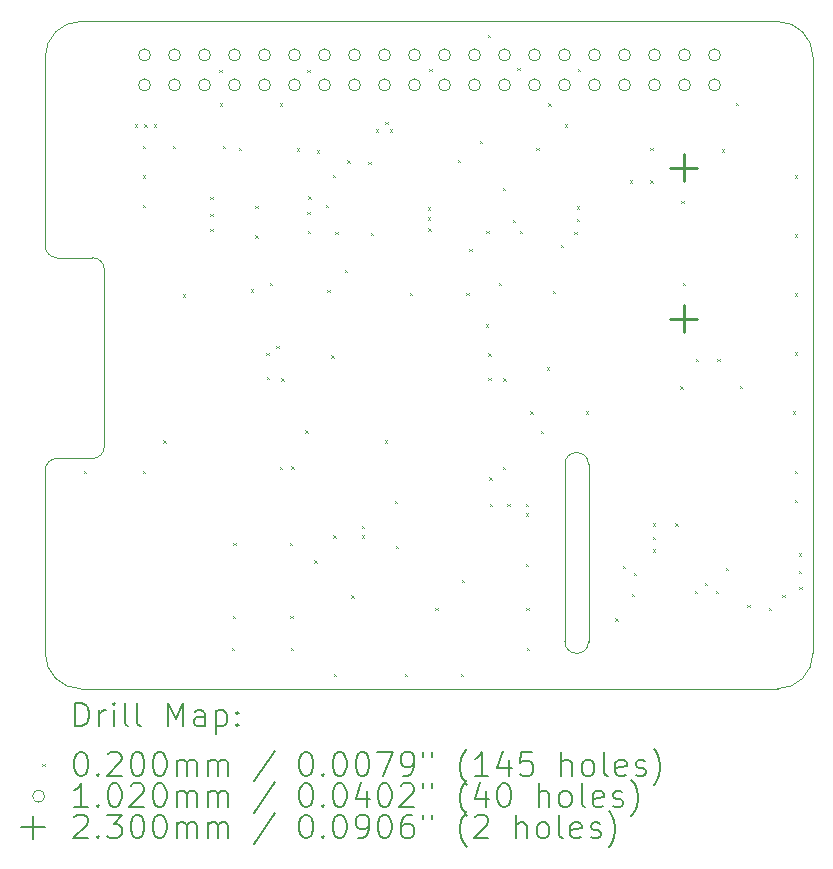
<source format=gbr>
%TF.GenerationSoftware,KiCad,Pcbnew,8.0.9-8.0.9-0~ubuntu24.04.1*%
%TF.CreationDate,2025-06-09T20:21:51+02:00*%
%TF.ProjectId,rpi_power_warden_hat,7270695f-706f-4776-9572-5f7761726465,rev?*%
%TF.SameCoordinates,Original*%
%TF.FileFunction,Drillmap*%
%TF.FilePolarity,Positive*%
%FSLAX45Y45*%
G04 Gerber Fmt 4.5, Leading zero omitted, Abs format (unit mm)*
G04 Created by KiCad (PCBNEW 8.0.9-8.0.9-0~ubuntu24.04.1) date 2025-06-09 20:21:51*
%MOMM*%
%LPD*%
G01*
G04 APERTURE LIST*
%ADD10C,0.100000*%
%ADD11C,0.200000*%
%ADD12C,0.102000*%
%ADD13C,0.230000*%
G04 APERTURE END LIST*
D10*
X12689560Y-7281700D02*
X12689560Y-8881700D01*
X12689560Y-10781700D02*
X12689560Y-12331700D01*
X12789560Y-8981700D02*
X13089560Y-8981700D01*
X12789560Y-10681700D02*
X13089560Y-10681700D01*
X12989560Y-6981700D02*
X18889560Y-6981700D01*
X12989560Y-12631700D02*
X18889560Y-12631700D01*
X13189560Y-9081700D02*
X13189560Y-10581700D01*
X17089560Y-12231700D02*
X17089560Y-10731700D01*
X17289560Y-12231700D02*
X17289560Y-10731700D01*
X19189560Y-7281700D02*
X19189560Y-12331700D01*
X12689560Y-7281700D02*
G75*
G02*
X12989560Y-6981700I300000J0D01*
G01*
X12689560Y-10781700D02*
G75*
G02*
X12789560Y-10681700I100000J0D01*
G01*
X12789560Y-8981700D02*
G75*
G02*
X12689560Y-8881700I0J100000D01*
G01*
X12989560Y-12631700D02*
G75*
G02*
X12689560Y-12331700I0J300000D01*
G01*
X13089560Y-8981700D02*
G75*
G02*
X13189560Y-9081700I0J-100000D01*
G01*
X13189560Y-10581700D02*
G75*
G02*
X13089560Y-10681700I-100000J0D01*
G01*
X17089560Y-10731700D02*
G75*
G02*
X17289560Y-10731700I100000J0D01*
G01*
X17289560Y-12231700D02*
G75*
G02*
X17089560Y-12231700I-100000J0D01*
G01*
X18889560Y-6981700D02*
G75*
G02*
X19189560Y-7281700I0J-300000D01*
G01*
X19189560Y-12331700D02*
G75*
G02*
X18889560Y-12631700I-300000J0D01*
G01*
D11*
D10*
X13017428Y-10783832D02*
X13037428Y-10803832D01*
X13037428Y-10783832D02*
X13017428Y-10803832D01*
X13447428Y-7853832D02*
X13467428Y-7873832D01*
X13467428Y-7853832D02*
X13447428Y-7873832D01*
X13517428Y-8033832D02*
X13537428Y-8053832D01*
X13537428Y-8033832D02*
X13517428Y-8053832D01*
X13517428Y-8283832D02*
X13537428Y-8303832D01*
X13537428Y-8283832D02*
X13517428Y-8303832D01*
X13517428Y-8533832D02*
X13537428Y-8553832D01*
X13537428Y-8533832D02*
X13517428Y-8553832D01*
X13517428Y-10783832D02*
X13537428Y-10803832D01*
X13537428Y-10783832D02*
X13517428Y-10803832D01*
X13527428Y-7853832D02*
X13547428Y-7873832D01*
X13547428Y-7853832D02*
X13527428Y-7873832D01*
X13607428Y-7853832D02*
X13627428Y-7873832D01*
X13627428Y-7853832D02*
X13607428Y-7873832D01*
X13688108Y-10527272D02*
X13708108Y-10547272D01*
X13708108Y-10527272D02*
X13688108Y-10547272D01*
X13767428Y-8033832D02*
X13787428Y-8053832D01*
X13787428Y-8033832D02*
X13767428Y-8053832D01*
X13852008Y-9292792D02*
X13872008Y-9312792D01*
X13872008Y-9292792D02*
X13852008Y-9312792D01*
X14088228Y-8467292D02*
X14108228Y-8487292D01*
X14108228Y-8467292D02*
X14088228Y-8487292D01*
X14088228Y-8609532D02*
X14108228Y-8629532D01*
X14108228Y-8609532D02*
X14088228Y-8629532D01*
X14088228Y-8739072D02*
X14108228Y-8759072D01*
X14108228Y-8739072D02*
X14088228Y-8759072D01*
X14164428Y-7390332D02*
X14184428Y-7410332D01*
X14184428Y-7390332D02*
X14164428Y-7410332D01*
X14167428Y-7673832D02*
X14187428Y-7693832D01*
X14187428Y-7673832D02*
X14167428Y-7693832D01*
X14192258Y-8034809D02*
X14212258Y-8054809D01*
X14212258Y-8034809D02*
X14192258Y-8054809D01*
X14267428Y-12283832D02*
X14287428Y-12303832D01*
X14287428Y-12283832D02*
X14267428Y-12303832D01*
X14276188Y-12013132D02*
X14296188Y-12033132D01*
X14296188Y-12013132D02*
X14276188Y-12033132D01*
X14281268Y-11393372D02*
X14301268Y-11413372D01*
X14301268Y-11393372D02*
X14281268Y-11413372D01*
X14327428Y-8053832D02*
X14347428Y-8073832D01*
X14347428Y-8053832D02*
X14327428Y-8073832D01*
X14429928Y-9248832D02*
X14449928Y-9268832D01*
X14449928Y-9248832D02*
X14429928Y-9268832D01*
X14467428Y-8543832D02*
X14487428Y-8563832D01*
X14487428Y-8543832D02*
X14467428Y-8563832D01*
X14467428Y-8793832D02*
X14487428Y-8813832D01*
X14487428Y-8793832D02*
X14467428Y-8813832D01*
X14560668Y-9788092D02*
X14580668Y-9808092D01*
X14580668Y-9788092D02*
X14560668Y-9808092D01*
X14563208Y-9991292D02*
X14583208Y-10011292D01*
X14583208Y-9991292D02*
X14563208Y-10011292D01*
X14588414Y-9196316D02*
X14608414Y-9216316D01*
X14608414Y-9196316D02*
X14588414Y-9216316D01*
X14647028Y-9727132D02*
X14667028Y-9747132D01*
X14667028Y-9727132D02*
X14647028Y-9747132D01*
X14673628Y-7673832D02*
X14693628Y-7693832D01*
X14693628Y-7673832D02*
X14673628Y-7693832D01*
X14677508Y-10750752D02*
X14697508Y-10770752D01*
X14697508Y-10750752D02*
X14677508Y-10770752D01*
X14687428Y-10003832D02*
X14707428Y-10023832D01*
X14707428Y-10003832D02*
X14687428Y-10023832D01*
X14761328Y-11393372D02*
X14781328Y-11413372D01*
X14781328Y-11393372D02*
X14761328Y-11413372D01*
X14763868Y-12015672D02*
X14783868Y-12035672D01*
X14783868Y-12015672D02*
X14763868Y-12035672D01*
X14767428Y-12283832D02*
X14787428Y-12303832D01*
X14787428Y-12283832D02*
X14767428Y-12303832D01*
X14774028Y-10748212D02*
X14794028Y-10768212D01*
X14794028Y-10748212D02*
X14774028Y-10768212D01*
X14817208Y-8055812D02*
X14837208Y-8075812D01*
X14837208Y-8055812D02*
X14817208Y-8075812D01*
X14890868Y-10443412D02*
X14910868Y-10463412D01*
X14910868Y-10443412D02*
X14890868Y-10463412D01*
X14907428Y-8593832D02*
X14927428Y-8613832D01*
X14927428Y-8593832D02*
X14907428Y-8613832D01*
X14908648Y-7390332D02*
X14928648Y-7410332D01*
X14928648Y-7390332D02*
X14908648Y-7410332D01*
X14911582Y-8756432D02*
X14931582Y-8776432D01*
X14931582Y-8756432D02*
X14911582Y-8776432D01*
X14918205Y-8463055D02*
X14938205Y-8483055D01*
X14938205Y-8463055D02*
X14918205Y-8483055D01*
X14967428Y-11543832D02*
X14987428Y-11563832D01*
X14987428Y-11543832D02*
X14967428Y-11563832D01*
X14987428Y-8073832D02*
X15007428Y-8093832D01*
X15007428Y-8073832D02*
X14987428Y-8093832D01*
X15067428Y-8533832D02*
X15087428Y-8553832D01*
X15087428Y-8533832D02*
X15067428Y-8553832D01*
X15078828Y-9254692D02*
X15098828Y-9274692D01*
X15098828Y-9254692D02*
X15078828Y-9274692D01*
X15111848Y-9808412D02*
X15131848Y-9828412D01*
X15131848Y-9808412D02*
X15111848Y-9828412D01*
X15122008Y-8281872D02*
X15142008Y-8301872D01*
X15142008Y-8281872D02*
X15122008Y-8301872D01*
X15127428Y-11333832D02*
X15147428Y-11353832D01*
X15147428Y-11333832D02*
X15127428Y-11353832D01*
X15134708Y-12505892D02*
X15154708Y-12525892D01*
X15154708Y-12505892D02*
X15134708Y-12525892D01*
X15144868Y-8761932D02*
X15164868Y-8781932D01*
X15164868Y-8761932D02*
X15144868Y-8781932D01*
X15223608Y-9081972D02*
X15243608Y-9101972D01*
X15243608Y-9081972D02*
X15223608Y-9101972D01*
X15246468Y-8157412D02*
X15266468Y-8177412D01*
X15266468Y-8157412D02*
X15246468Y-8177412D01*
X15279488Y-11840412D02*
X15299488Y-11860412D01*
X15299488Y-11840412D02*
X15279488Y-11860412D01*
X15367428Y-11253832D02*
X15387428Y-11273832D01*
X15387428Y-11253832D02*
X15367428Y-11273832D01*
X15367428Y-11333832D02*
X15387428Y-11353832D01*
X15387428Y-11333832D02*
X15367428Y-11353832D01*
X15424268Y-8167572D02*
X15444268Y-8187572D01*
X15444268Y-8167572D02*
X15424268Y-8187572D01*
X15447428Y-8773832D02*
X15467428Y-8793832D01*
X15467428Y-8773832D02*
X15447428Y-8793832D01*
X15487428Y-7893832D02*
X15507428Y-7913832D01*
X15507428Y-7893832D02*
X15487428Y-7913832D01*
X15562628Y-10527272D02*
X15582628Y-10547272D01*
X15582628Y-10527272D02*
X15562628Y-10547272D01*
X15567428Y-7833832D02*
X15587428Y-7853832D01*
X15587428Y-7833832D02*
X15567428Y-7853832D01*
X15607428Y-7893832D02*
X15627428Y-7913832D01*
X15627428Y-7893832D02*
X15607428Y-7913832D01*
X15650328Y-11040312D02*
X15670328Y-11060312D01*
X15670328Y-11040312D02*
X15650328Y-11060312D01*
X15657948Y-11418772D02*
X15677948Y-11438772D01*
X15677948Y-11418772D02*
X15657948Y-11438772D01*
X15734148Y-12503352D02*
X15754148Y-12523352D01*
X15754148Y-12503352D02*
X15734148Y-12523352D01*
X15774788Y-9280092D02*
X15794788Y-9300092D01*
X15794788Y-9280092D02*
X15774788Y-9300092D01*
X15927428Y-8553832D02*
X15947428Y-8573832D01*
X15947428Y-8553832D02*
X15927428Y-8573832D01*
X15929728Y-8640012D02*
X15949728Y-8660012D01*
X15949728Y-8640012D02*
X15929728Y-8660012D01*
X15933078Y-8733832D02*
X15953078Y-8753832D01*
X15953078Y-8733832D02*
X15933078Y-8753832D01*
X15939888Y-7385252D02*
X15959888Y-7405252D01*
X15959888Y-7385252D02*
X15939888Y-7405252D01*
X15990688Y-11944552D02*
X16010688Y-11964552D01*
X16010688Y-11944552D02*
X15990688Y-11964552D01*
X16185343Y-8151943D02*
X16205343Y-8171943D01*
X16205343Y-8151943D02*
X16185343Y-8171943D01*
X16209128Y-12503352D02*
X16229128Y-12523352D01*
X16229128Y-12503352D02*
X16209128Y-12523352D01*
X16214208Y-11710872D02*
X16234208Y-11730872D01*
X16234208Y-11710872D02*
X16214208Y-11730872D01*
X16255363Y-9280362D02*
X16275363Y-9300362D01*
X16275363Y-9280362D02*
X16255363Y-9300362D01*
X16280248Y-8906712D02*
X16300248Y-8926712D01*
X16300248Y-8906712D02*
X16280248Y-8926712D01*
X16367428Y-7993832D02*
X16387428Y-8013832D01*
X16387428Y-7993832D02*
X16367428Y-8013832D01*
X16419948Y-9545212D02*
X16439948Y-9565212D01*
X16439948Y-9545212D02*
X16419948Y-9565212D01*
X16425238Y-8753212D02*
X16445238Y-8773212D01*
X16445238Y-8753212D02*
X16425238Y-8773212D01*
X16437428Y-7093832D02*
X16457428Y-7113832D01*
X16457428Y-7093832D02*
X16437428Y-7113832D01*
X16440268Y-9790632D02*
X16460268Y-9810632D01*
X16460268Y-9790632D02*
X16440268Y-9810632D01*
X16440268Y-9998912D02*
X16460268Y-10018912D01*
X16460268Y-9998912D02*
X16440268Y-10018912D01*
X16450428Y-10842192D02*
X16470428Y-10862192D01*
X16470428Y-10842192D02*
X16450428Y-10862192D01*
X16452968Y-11065712D02*
X16472968Y-11085712D01*
X16472968Y-11065712D02*
X16452968Y-11085712D01*
X16531708Y-9196812D02*
X16551708Y-9216812D01*
X16551708Y-9196812D02*
X16531708Y-9216812D01*
X16564728Y-8388552D02*
X16584728Y-8408552D01*
X16584728Y-8388552D02*
X16564728Y-8408552D01*
X16564728Y-10753292D02*
X16584728Y-10773292D01*
X16584728Y-10753292D02*
X16564728Y-10773292D01*
X16567428Y-10004237D02*
X16587428Y-10024237D01*
X16587428Y-10004237D02*
X16567428Y-10024237D01*
X16602828Y-11068252D02*
X16622828Y-11088252D01*
X16622828Y-11068252D02*
X16602828Y-11088252D01*
X16648548Y-8660332D02*
X16668548Y-8680332D01*
X16668548Y-8660332D02*
X16648548Y-8680332D01*
X16687428Y-7373832D02*
X16707428Y-7393832D01*
X16707428Y-7373832D02*
X16687428Y-7393832D01*
X16707428Y-8753832D02*
X16727428Y-8773832D01*
X16727428Y-8753832D02*
X16707428Y-8773832D01*
X16757768Y-11068252D02*
X16777768Y-11088252D01*
X16777768Y-11068252D02*
X16757768Y-11088252D01*
X16757768Y-11146992D02*
X16777768Y-11166992D01*
X16777768Y-11146992D02*
X16757768Y-11166992D01*
X16757768Y-11576252D02*
X16777768Y-11596252D01*
X16777768Y-11576252D02*
X16757768Y-11596252D01*
X16764078Y-11948402D02*
X16784078Y-11968402D01*
X16784078Y-11948402D02*
X16764078Y-11968402D01*
X16767428Y-12283832D02*
X16787428Y-12303832D01*
X16787428Y-12283832D02*
X16767428Y-12303832D01*
X16795868Y-10283392D02*
X16815868Y-10303392D01*
X16815868Y-10283392D02*
X16795868Y-10303392D01*
X16847428Y-8053832D02*
X16867428Y-8073832D01*
X16867428Y-8053832D02*
X16847428Y-8073832D01*
X16887308Y-10445952D02*
X16907308Y-10465952D01*
X16907308Y-10445952D02*
X16887308Y-10465952D01*
X16935568Y-9910012D02*
X16955568Y-9930012D01*
X16955568Y-9910012D02*
X16935568Y-9930012D01*
X16947428Y-7673832D02*
X16967428Y-7693832D01*
X16967428Y-7673832D02*
X16947428Y-7693832D01*
X16988908Y-9262312D02*
X17008908Y-9282312D01*
X17008908Y-9262312D02*
X16988908Y-9282312D01*
X17054498Y-8875192D02*
X17074498Y-8895192D01*
X17074498Y-8875192D02*
X17054498Y-8895192D01*
X17087428Y-7853832D02*
X17107428Y-7873832D01*
X17107428Y-7853832D02*
X17087428Y-7873832D01*
X17169129Y-8764314D02*
X17189129Y-8784314D01*
X17189129Y-8764314D02*
X17169129Y-8784314D01*
X17189568Y-8546032D02*
X17209568Y-8566032D01*
X17209568Y-8546032D02*
X17189568Y-8566032D01*
X17189568Y-8652712D02*
X17209568Y-8672712D01*
X17209568Y-8652712D02*
X17189568Y-8672712D01*
X17199728Y-7382712D02*
X17219728Y-7402712D01*
X17219728Y-7382712D02*
X17199728Y-7402712D01*
X17267428Y-10283832D02*
X17287428Y-10303832D01*
X17287428Y-10283832D02*
X17267428Y-10303832D01*
X17517428Y-12033832D02*
X17537428Y-12053832D01*
X17537428Y-12033832D02*
X17517428Y-12053832D01*
X17578188Y-11588952D02*
X17598188Y-11608952D01*
X17598188Y-11588952D02*
X17578188Y-11608952D01*
X17639148Y-8327592D02*
X17659148Y-8347592D01*
X17659148Y-8327592D02*
X17639148Y-8347592D01*
X17656928Y-11830252D02*
X17676928Y-11850252D01*
X17676928Y-11830252D02*
X17656928Y-11850252D01*
X17674708Y-11647372D02*
X17694708Y-11667372D01*
X17694708Y-11647372D02*
X17674708Y-11667372D01*
X17811868Y-8050732D02*
X17831868Y-8070732D01*
X17831868Y-8050732D02*
X17811868Y-8070732D01*
X17811868Y-8327592D02*
X17831868Y-8347592D01*
X17831868Y-8327592D02*
X17811868Y-8347592D01*
X17832188Y-11230812D02*
X17852188Y-11250812D01*
X17852188Y-11230812D02*
X17832188Y-11250812D01*
X17832188Y-11342572D02*
X17852188Y-11362572D01*
X17852188Y-11342572D02*
X17832188Y-11362572D01*
X17832188Y-11451792D02*
X17852188Y-11471792D01*
X17852188Y-11451792D02*
X17832188Y-11471792D01*
X18025228Y-11230812D02*
X18045228Y-11250812D01*
X18045228Y-11230812D02*
X18025228Y-11250812D01*
X18065868Y-10070032D02*
X18085868Y-10090032D01*
X18085868Y-10070032D02*
X18065868Y-10090032D01*
X18073488Y-8497772D02*
X18093488Y-8517772D01*
X18093488Y-8497772D02*
X18073488Y-8517772D01*
X18086188Y-9193732D02*
X18106188Y-9213732D01*
X18106188Y-9193732D02*
X18086188Y-9213732D01*
X18190328Y-11802312D02*
X18210328Y-11822312D01*
X18210328Y-11802312D02*
X18190328Y-11822312D01*
X18197948Y-9838892D02*
X18217948Y-9858892D01*
X18217948Y-9838892D02*
X18197948Y-9858892D01*
X18274148Y-11733732D02*
X18294148Y-11753732D01*
X18294148Y-11733732D02*
X18274148Y-11753732D01*
X18365588Y-11799772D02*
X18385588Y-11819772D01*
X18385588Y-11799772D02*
X18365588Y-11819772D01*
X18378288Y-9838892D02*
X18398288Y-9858892D01*
X18398288Y-9838892D02*
X18378288Y-9858892D01*
X18418928Y-8063432D02*
X18438928Y-8083432D01*
X18438928Y-8063432D02*
X18418928Y-8083432D01*
X18451948Y-11606732D02*
X18471948Y-11626732D01*
X18471948Y-11606732D02*
X18451948Y-11626732D01*
X18535768Y-7672272D02*
X18555768Y-7692272D01*
X18555768Y-7672272D02*
X18535768Y-7692272D01*
X18571328Y-10067492D02*
X18591328Y-10087492D01*
X18591328Y-10067492D02*
X18571328Y-10087492D01*
X18632288Y-11919152D02*
X18652288Y-11939152D01*
X18652288Y-11919152D02*
X18632288Y-11939152D01*
X18815687Y-11947410D02*
X18835687Y-11967410D01*
X18835687Y-11947410D02*
X18815687Y-11967410D01*
X18930318Y-11836532D02*
X18950318Y-11856532D01*
X18950318Y-11836532D02*
X18930318Y-11856532D01*
X19017428Y-10283832D02*
X19037428Y-10303832D01*
X19037428Y-10283832D02*
X19017428Y-10303832D01*
X19037428Y-8283832D02*
X19057428Y-8303832D01*
X19057428Y-8283832D02*
X19037428Y-8303832D01*
X19037428Y-8783832D02*
X19057428Y-8803832D01*
X19057428Y-8783832D02*
X19037428Y-8803832D01*
X19037428Y-9283832D02*
X19057428Y-9303832D01*
X19057428Y-9283832D02*
X19037428Y-9303832D01*
X19037428Y-9783832D02*
X19057428Y-9803832D01*
X19057428Y-9783832D02*
X19037428Y-9803832D01*
X19037428Y-10783832D02*
X19057428Y-10803832D01*
X19057428Y-10783832D02*
X19037428Y-10803832D01*
X19037428Y-11033832D02*
X19057428Y-11053832D01*
X19057428Y-11033832D02*
X19037428Y-11053832D01*
X19071708Y-11484812D02*
X19091708Y-11504812D01*
X19091708Y-11484812D02*
X19071708Y-11504812D01*
X19071708Y-11632132D02*
X19091708Y-11652132D01*
X19091708Y-11632132D02*
X19071708Y-11652132D01*
X19074248Y-11769292D02*
X19094248Y-11789292D01*
X19094248Y-11769292D02*
X19074248Y-11789292D01*
D12*
X13580560Y-7265500D02*
G75*
G02*
X13478560Y-7265500I-51000J0D01*
G01*
X13478560Y-7265500D02*
G75*
G02*
X13580560Y-7265500I51000J0D01*
G01*
X13580560Y-7519500D02*
G75*
G02*
X13478560Y-7519500I-51000J0D01*
G01*
X13478560Y-7519500D02*
G75*
G02*
X13580560Y-7519500I51000J0D01*
G01*
X13834560Y-7265500D02*
G75*
G02*
X13732560Y-7265500I-51000J0D01*
G01*
X13732560Y-7265500D02*
G75*
G02*
X13834560Y-7265500I51000J0D01*
G01*
X13834560Y-7519500D02*
G75*
G02*
X13732560Y-7519500I-51000J0D01*
G01*
X13732560Y-7519500D02*
G75*
G02*
X13834560Y-7519500I51000J0D01*
G01*
X14088560Y-7265500D02*
G75*
G02*
X13986560Y-7265500I-51000J0D01*
G01*
X13986560Y-7265500D02*
G75*
G02*
X14088560Y-7265500I51000J0D01*
G01*
X14088560Y-7519500D02*
G75*
G02*
X13986560Y-7519500I-51000J0D01*
G01*
X13986560Y-7519500D02*
G75*
G02*
X14088560Y-7519500I51000J0D01*
G01*
X14342560Y-7265500D02*
G75*
G02*
X14240560Y-7265500I-51000J0D01*
G01*
X14240560Y-7265500D02*
G75*
G02*
X14342560Y-7265500I51000J0D01*
G01*
X14342560Y-7519500D02*
G75*
G02*
X14240560Y-7519500I-51000J0D01*
G01*
X14240560Y-7519500D02*
G75*
G02*
X14342560Y-7519500I51000J0D01*
G01*
X14596560Y-7265500D02*
G75*
G02*
X14494560Y-7265500I-51000J0D01*
G01*
X14494560Y-7265500D02*
G75*
G02*
X14596560Y-7265500I51000J0D01*
G01*
X14596560Y-7519500D02*
G75*
G02*
X14494560Y-7519500I-51000J0D01*
G01*
X14494560Y-7519500D02*
G75*
G02*
X14596560Y-7519500I51000J0D01*
G01*
X14850560Y-7265500D02*
G75*
G02*
X14748560Y-7265500I-51000J0D01*
G01*
X14748560Y-7265500D02*
G75*
G02*
X14850560Y-7265500I51000J0D01*
G01*
X14850560Y-7519500D02*
G75*
G02*
X14748560Y-7519500I-51000J0D01*
G01*
X14748560Y-7519500D02*
G75*
G02*
X14850560Y-7519500I51000J0D01*
G01*
X15104560Y-7265500D02*
G75*
G02*
X15002560Y-7265500I-51000J0D01*
G01*
X15002560Y-7265500D02*
G75*
G02*
X15104560Y-7265500I51000J0D01*
G01*
X15104560Y-7519500D02*
G75*
G02*
X15002560Y-7519500I-51000J0D01*
G01*
X15002560Y-7519500D02*
G75*
G02*
X15104560Y-7519500I51000J0D01*
G01*
X15358560Y-7265500D02*
G75*
G02*
X15256560Y-7265500I-51000J0D01*
G01*
X15256560Y-7265500D02*
G75*
G02*
X15358560Y-7265500I51000J0D01*
G01*
X15358560Y-7519500D02*
G75*
G02*
X15256560Y-7519500I-51000J0D01*
G01*
X15256560Y-7519500D02*
G75*
G02*
X15358560Y-7519500I51000J0D01*
G01*
X15612560Y-7265500D02*
G75*
G02*
X15510560Y-7265500I-51000J0D01*
G01*
X15510560Y-7265500D02*
G75*
G02*
X15612560Y-7265500I51000J0D01*
G01*
X15612560Y-7519500D02*
G75*
G02*
X15510560Y-7519500I-51000J0D01*
G01*
X15510560Y-7519500D02*
G75*
G02*
X15612560Y-7519500I51000J0D01*
G01*
X15866560Y-7265500D02*
G75*
G02*
X15764560Y-7265500I-51000J0D01*
G01*
X15764560Y-7265500D02*
G75*
G02*
X15866560Y-7265500I51000J0D01*
G01*
X15866560Y-7519500D02*
G75*
G02*
X15764560Y-7519500I-51000J0D01*
G01*
X15764560Y-7519500D02*
G75*
G02*
X15866560Y-7519500I51000J0D01*
G01*
X16120560Y-7265500D02*
G75*
G02*
X16018560Y-7265500I-51000J0D01*
G01*
X16018560Y-7265500D02*
G75*
G02*
X16120560Y-7265500I51000J0D01*
G01*
X16120560Y-7519500D02*
G75*
G02*
X16018560Y-7519500I-51000J0D01*
G01*
X16018560Y-7519500D02*
G75*
G02*
X16120560Y-7519500I51000J0D01*
G01*
X16374560Y-7265500D02*
G75*
G02*
X16272560Y-7265500I-51000J0D01*
G01*
X16272560Y-7265500D02*
G75*
G02*
X16374560Y-7265500I51000J0D01*
G01*
X16374560Y-7519500D02*
G75*
G02*
X16272560Y-7519500I-51000J0D01*
G01*
X16272560Y-7519500D02*
G75*
G02*
X16374560Y-7519500I51000J0D01*
G01*
X16628560Y-7265500D02*
G75*
G02*
X16526560Y-7265500I-51000J0D01*
G01*
X16526560Y-7265500D02*
G75*
G02*
X16628560Y-7265500I51000J0D01*
G01*
X16628560Y-7519500D02*
G75*
G02*
X16526560Y-7519500I-51000J0D01*
G01*
X16526560Y-7519500D02*
G75*
G02*
X16628560Y-7519500I51000J0D01*
G01*
X16882560Y-7265500D02*
G75*
G02*
X16780560Y-7265500I-51000J0D01*
G01*
X16780560Y-7265500D02*
G75*
G02*
X16882560Y-7265500I51000J0D01*
G01*
X16882560Y-7519500D02*
G75*
G02*
X16780560Y-7519500I-51000J0D01*
G01*
X16780560Y-7519500D02*
G75*
G02*
X16882560Y-7519500I51000J0D01*
G01*
X17136560Y-7265500D02*
G75*
G02*
X17034560Y-7265500I-51000J0D01*
G01*
X17034560Y-7265500D02*
G75*
G02*
X17136560Y-7265500I51000J0D01*
G01*
X17136560Y-7519500D02*
G75*
G02*
X17034560Y-7519500I-51000J0D01*
G01*
X17034560Y-7519500D02*
G75*
G02*
X17136560Y-7519500I51000J0D01*
G01*
X17390560Y-7265500D02*
G75*
G02*
X17288560Y-7265500I-51000J0D01*
G01*
X17288560Y-7265500D02*
G75*
G02*
X17390560Y-7265500I51000J0D01*
G01*
X17390560Y-7519500D02*
G75*
G02*
X17288560Y-7519500I-51000J0D01*
G01*
X17288560Y-7519500D02*
G75*
G02*
X17390560Y-7519500I51000J0D01*
G01*
X17644560Y-7265500D02*
G75*
G02*
X17542560Y-7265500I-51000J0D01*
G01*
X17542560Y-7265500D02*
G75*
G02*
X17644560Y-7265500I51000J0D01*
G01*
X17644560Y-7519500D02*
G75*
G02*
X17542560Y-7519500I-51000J0D01*
G01*
X17542560Y-7519500D02*
G75*
G02*
X17644560Y-7519500I51000J0D01*
G01*
X17898560Y-7265500D02*
G75*
G02*
X17796560Y-7265500I-51000J0D01*
G01*
X17796560Y-7265500D02*
G75*
G02*
X17898560Y-7265500I51000J0D01*
G01*
X17898560Y-7519500D02*
G75*
G02*
X17796560Y-7519500I-51000J0D01*
G01*
X17796560Y-7519500D02*
G75*
G02*
X17898560Y-7519500I51000J0D01*
G01*
X18152560Y-7265500D02*
G75*
G02*
X18050560Y-7265500I-51000J0D01*
G01*
X18050560Y-7265500D02*
G75*
G02*
X18152560Y-7265500I51000J0D01*
G01*
X18152560Y-7519500D02*
G75*
G02*
X18050560Y-7519500I-51000J0D01*
G01*
X18050560Y-7519500D02*
G75*
G02*
X18152560Y-7519500I51000J0D01*
G01*
X18406560Y-7265500D02*
G75*
G02*
X18304560Y-7265500I-51000J0D01*
G01*
X18304560Y-7265500D02*
G75*
G02*
X18406560Y-7265500I51000J0D01*
G01*
X18406560Y-7519500D02*
G75*
G02*
X18304560Y-7519500I-51000J0D01*
G01*
X18304560Y-7519500D02*
G75*
G02*
X18406560Y-7519500I51000J0D01*
G01*
D13*
X18093648Y-8103292D02*
X18093648Y-8333292D01*
X17978648Y-8218292D02*
X18208648Y-8218292D01*
X18093648Y-9383292D02*
X18093648Y-9613292D01*
X17978648Y-9498292D02*
X18208648Y-9498292D01*
D11*
X12945337Y-12948184D02*
X12945337Y-12748184D01*
X12945337Y-12748184D02*
X12992956Y-12748184D01*
X12992956Y-12748184D02*
X13021527Y-12757708D01*
X13021527Y-12757708D02*
X13040575Y-12776755D01*
X13040575Y-12776755D02*
X13050099Y-12795803D01*
X13050099Y-12795803D02*
X13059622Y-12833898D01*
X13059622Y-12833898D02*
X13059622Y-12862470D01*
X13059622Y-12862470D02*
X13050099Y-12900565D01*
X13050099Y-12900565D02*
X13040575Y-12919612D01*
X13040575Y-12919612D02*
X13021527Y-12938660D01*
X13021527Y-12938660D02*
X12992956Y-12948184D01*
X12992956Y-12948184D02*
X12945337Y-12948184D01*
X13145337Y-12948184D02*
X13145337Y-12814850D01*
X13145337Y-12852946D02*
X13154860Y-12833898D01*
X13154860Y-12833898D02*
X13164384Y-12824374D01*
X13164384Y-12824374D02*
X13183432Y-12814850D01*
X13183432Y-12814850D02*
X13202480Y-12814850D01*
X13269146Y-12948184D02*
X13269146Y-12814850D01*
X13269146Y-12748184D02*
X13259622Y-12757708D01*
X13259622Y-12757708D02*
X13269146Y-12767231D01*
X13269146Y-12767231D02*
X13278670Y-12757708D01*
X13278670Y-12757708D02*
X13269146Y-12748184D01*
X13269146Y-12748184D02*
X13269146Y-12767231D01*
X13392956Y-12948184D02*
X13373908Y-12938660D01*
X13373908Y-12938660D02*
X13364384Y-12919612D01*
X13364384Y-12919612D02*
X13364384Y-12748184D01*
X13497718Y-12948184D02*
X13478670Y-12938660D01*
X13478670Y-12938660D02*
X13469146Y-12919612D01*
X13469146Y-12919612D02*
X13469146Y-12748184D01*
X13726289Y-12948184D02*
X13726289Y-12748184D01*
X13726289Y-12748184D02*
X13792956Y-12891041D01*
X13792956Y-12891041D02*
X13859622Y-12748184D01*
X13859622Y-12748184D02*
X13859622Y-12948184D01*
X14040575Y-12948184D02*
X14040575Y-12843422D01*
X14040575Y-12843422D02*
X14031051Y-12824374D01*
X14031051Y-12824374D02*
X14012003Y-12814850D01*
X14012003Y-12814850D02*
X13973908Y-12814850D01*
X13973908Y-12814850D02*
X13954860Y-12824374D01*
X14040575Y-12938660D02*
X14021527Y-12948184D01*
X14021527Y-12948184D02*
X13973908Y-12948184D01*
X13973908Y-12948184D02*
X13954860Y-12938660D01*
X13954860Y-12938660D02*
X13945337Y-12919612D01*
X13945337Y-12919612D02*
X13945337Y-12900565D01*
X13945337Y-12900565D02*
X13954860Y-12881517D01*
X13954860Y-12881517D02*
X13973908Y-12871993D01*
X13973908Y-12871993D02*
X14021527Y-12871993D01*
X14021527Y-12871993D02*
X14040575Y-12862470D01*
X14135813Y-12814850D02*
X14135813Y-13014850D01*
X14135813Y-12824374D02*
X14154860Y-12814850D01*
X14154860Y-12814850D02*
X14192956Y-12814850D01*
X14192956Y-12814850D02*
X14212003Y-12824374D01*
X14212003Y-12824374D02*
X14221527Y-12833898D01*
X14221527Y-12833898D02*
X14231051Y-12852946D01*
X14231051Y-12852946D02*
X14231051Y-12910089D01*
X14231051Y-12910089D02*
X14221527Y-12929136D01*
X14221527Y-12929136D02*
X14212003Y-12938660D01*
X14212003Y-12938660D02*
X14192956Y-12948184D01*
X14192956Y-12948184D02*
X14154860Y-12948184D01*
X14154860Y-12948184D02*
X14135813Y-12938660D01*
X14316765Y-12929136D02*
X14326289Y-12938660D01*
X14326289Y-12938660D02*
X14316765Y-12948184D01*
X14316765Y-12948184D02*
X14307241Y-12938660D01*
X14307241Y-12938660D02*
X14316765Y-12929136D01*
X14316765Y-12929136D02*
X14316765Y-12948184D01*
X14316765Y-12824374D02*
X14326289Y-12833898D01*
X14326289Y-12833898D02*
X14316765Y-12843422D01*
X14316765Y-12843422D02*
X14307241Y-12833898D01*
X14307241Y-12833898D02*
X14316765Y-12824374D01*
X14316765Y-12824374D02*
X14316765Y-12843422D01*
D10*
X12664560Y-13266700D02*
X12684560Y-13286700D01*
X12684560Y-13266700D02*
X12664560Y-13286700D01*
D11*
X12983432Y-13168184D02*
X13002480Y-13168184D01*
X13002480Y-13168184D02*
X13021527Y-13177708D01*
X13021527Y-13177708D02*
X13031051Y-13187231D01*
X13031051Y-13187231D02*
X13040575Y-13206279D01*
X13040575Y-13206279D02*
X13050099Y-13244374D01*
X13050099Y-13244374D02*
X13050099Y-13291993D01*
X13050099Y-13291993D02*
X13040575Y-13330089D01*
X13040575Y-13330089D02*
X13031051Y-13349136D01*
X13031051Y-13349136D02*
X13021527Y-13358660D01*
X13021527Y-13358660D02*
X13002480Y-13368184D01*
X13002480Y-13368184D02*
X12983432Y-13368184D01*
X12983432Y-13368184D02*
X12964384Y-13358660D01*
X12964384Y-13358660D02*
X12954860Y-13349136D01*
X12954860Y-13349136D02*
X12945337Y-13330089D01*
X12945337Y-13330089D02*
X12935813Y-13291993D01*
X12935813Y-13291993D02*
X12935813Y-13244374D01*
X12935813Y-13244374D02*
X12945337Y-13206279D01*
X12945337Y-13206279D02*
X12954860Y-13187231D01*
X12954860Y-13187231D02*
X12964384Y-13177708D01*
X12964384Y-13177708D02*
X12983432Y-13168184D01*
X13135813Y-13349136D02*
X13145337Y-13358660D01*
X13145337Y-13358660D02*
X13135813Y-13368184D01*
X13135813Y-13368184D02*
X13126289Y-13358660D01*
X13126289Y-13358660D02*
X13135813Y-13349136D01*
X13135813Y-13349136D02*
X13135813Y-13368184D01*
X13221527Y-13187231D02*
X13231051Y-13177708D01*
X13231051Y-13177708D02*
X13250099Y-13168184D01*
X13250099Y-13168184D02*
X13297718Y-13168184D01*
X13297718Y-13168184D02*
X13316765Y-13177708D01*
X13316765Y-13177708D02*
X13326289Y-13187231D01*
X13326289Y-13187231D02*
X13335813Y-13206279D01*
X13335813Y-13206279D02*
X13335813Y-13225327D01*
X13335813Y-13225327D02*
X13326289Y-13253898D01*
X13326289Y-13253898D02*
X13212003Y-13368184D01*
X13212003Y-13368184D02*
X13335813Y-13368184D01*
X13459622Y-13168184D02*
X13478670Y-13168184D01*
X13478670Y-13168184D02*
X13497718Y-13177708D01*
X13497718Y-13177708D02*
X13507241Y-13187231D01*
X13507241Y-13187231D02*
X13516765Y-13206279D01*
X13516765Y-13206279D02*
X13526289Y-13244374D01*
X13526289Y-13244374D02*
X13526289Y-13291993D01*
X13526289Y-13291993D02*
X13516765Y-13330089D01*
X13516765Y-13330089D02*
X13507241Y-13349136D01*
X13507241Y-13349136D02*
X13497718Y-13358660D01*
X13497718Y-13358660D02*
X13478670Y-13368184D01*
X13478670Y-13368184D02*
X13459622Y-13368184D01*
X13459622Y-13368184D02*
X13440575Y-13358660D01*
X13440575Y-13358660D02*
X13431051Y-13349136D01*
X13431051Y-13349136D02*
X13421527Y-13330089D01*
X13421527Y-13330089D02*
X13412003Y-13291993D01*
X13412003Y-13291993D02*
X13412003Y-13244374D01*
X13412003Y-13244374D02*
X13421527Y-13206279D01*
X13421527Y-13206279D02*
X13431051Y-13187231D01*
X13431051Y-13187231D02*
X13440575Y-13177708D01*
X13440575Y-13177708D02*
X13459622Y-13168184D01*
X13650099Y-13168184D02*
X13669146Y-13168184D01*
X13669146Y-13168184D02*
X13688194Y-13177708D01*
X13688194Y-13177708D02*
X13697718Y-13187231D01*
X13697718Y-13187231D02*
X13707241Y-13206279D01*
X13707241Y-13206279D02*
X13716765Y-13244374D01*
X13716765Y-13244374D02*
X13716765Y-13291993D01*
X13716765Y-13291993D02*
X13707241Y-13330089D01*
X13707241Y-13330089D02*
X13697718Y-13349136D01*
X13697718Y-13349136D02*
X13688194Y-13358660D01*
X13688194Y-13358660D02*
X13669146Y-13368184D01*
X13669146Y-13368184D02*
X13650099Y-13368184D01*
X13650099Y-13368184D02*
X13631051Y-13358660D01*
X13631051Y-13358660D02*
X13621527Y-13349136D01*
X13621527Y-13349136D02*
X13612003Y-13330089D01*
X13612003Y-13330089D02*
X13602480Y-13291993D01*
X13602480Y-13291993D02*
X13602480Y-13244374D01*
X13602480Y-13244374D02*
X13612003Y-13206279D01*
X13612003Y-13206279D02*
X13621527Y-13187231D01*
X13621527Y-13187231D02*
X13631051Y-13177708D01*
X13631051Y-13177708D02*
X13650099Y-13168184D01*
X13802480Y-13368184D02*
X13802480Y-13234850D01*
X13802480Y-13253898D02*
X13812003Y-13244374D01*
X13812003Y-13244374D02*
X13831051Y-13234850D01*
X13831051Y-13234850D02*
X13859622Y-13234850D01*
X13859622Y-13234850D02*
X13878670Y-13244374D01*
X13878670Y-13244374D02*
X13888194Y-13263422D01*
X13888194Y-13263422D02*
X13888194Y-13368184D01*
X13888194Y-13263422D02*
X13897718Y-13244374D01*
X13897718Y-13244374D02*
X13916765Y-13234850D01*
X13916765Y-13234850D02*
X13945337Y-13234850D01*
X13945337Y-13234850D02*
X13964384Y-13244374D01*
X13964384Y-13244374D02*
X13973908Y-13263422D01*
X13973908Y-13263422D02*
X13973908Y-13368184D01*
X14069146Y-13368184D02*
X14069146Y-13234850D01*
X14069146Y-13253898D02*
X14078670Y-13244374D01*
X14078670Y-13244374D02*
X14097718Y-13234850D01*
X14097718Y-13234850D02*
X14126289Y-13234850D01*
X14126289Y-13234850D02*
X14145337Y-13244374D01*
X14145337Y-13244374D02*
X14154861Y-13263422D01*
X14154861Y-13263422D02*
X14154861Y-13368184D01*
X14154861Y-13263422D02*
X14164384Y-13244374D01*
X14164384Y-13244374D02*
X14183432Y-13234850D01*
X14183432Y-13234850D02*
X14212003Y-13234850D01*
X14212003Y-13234850D02*
X14231051Y-13244374D01*
X14231051Y-13244374D02*
X14240575Y-13263422D01*
X14240575Y-13263422D02*
X14240575Y-13368184D01*
X14631051Y-13158660D02*
X14459623Y-13415803D01*
X14888194Y-13168184D02*
X14907242Y-13168184D01*
X14907242Y-13168184D02*
X14926289Y-13177708D01*
X14926289Y-13177708D02*
X14935813Y-13187231D01*
X14935813Y-13187231D02*
X14945337Y-13206279D01*
X14945337Y-13206279D02*
X14954861Y-13244374D01*
X14954861Y-13244374D02*
X14954861Y-13291993D01*
X14954861Y-13291993D02*
X14945337Y-13330089D01*
X14945337Y-13330089D02*
X14935813Y-13349136D01*
X14935813Y-13349136D02*
X14926289Y-13358660D01*
X14926289Y-13358660D02*
X14907242Y-13368184D01*
X14907242Y-13368184D02*
X14888194Y-13368184D01*
X14888194Y-13368184D02*
X14869146Y-13358660D01*
X14869146Y-13358660D02*
X14859623Y-13349136D01*
X14859623Y-13349136D02*
X14850099Y-13330089D01*
X14850099Y-13330089D02*
X14840575Y-13291993D01*
X14840575Y-13291993D02*
X14840575Y-13244374D01*
X14840575Y-13244374D02*
X14850099Y-13206279D01*
X14850099Y-13206279D02*
X14859623Y-13187231D01*
X14859623Y-13187231D02*
X14869146Y-13177708D01*
X14869146Y-13177708D02*
X14888194Y-13168184D01*
X15040575Y-13349136D02*
X15050099Y-13358660D01*
X15050099Y-13358660D02*
X15040575Y-13368184D01*
X15040575Y-13368184D02*
X15031051Y-13358660D01*
X15031051Y-13358660D02*
X15040575Y-13349136D01*
X15040575Y-13349136D02*
X15040575Y-13368184D01*
X15173908Y-13168184D02*
X15192956Y-13168184D01*
X15192956Y-13168184D02*
X15212004Y-13177708D01*
X15212004Y-13177708D02*
X15221527Y-13187231D01*
X15221527Y-13187231D02*
X15231051Y-13206279D01*
X15231051Y-13206279D02*
X15240575Y-13244374D01*
X15240575Y-13244374D02*
X15240575Y-13291993D01*
X15240575Y-13291993D02*
X15231051Y-13330089D01*
X15231051Y-13330089D02*
X15221527Y-13349136D01*
X15221527Y-13349136D02*
X15212004Y-13358660D01*
X15212004Y-13358660D02*
X15192956Y-13368184D01*
X15192956Y-13368184D02*
X15173908Y-13368184D01*
X15173908Y-13368184D02*
X15154861Y-13358660D01*
X15154861Y-13358660D02*
X15145337Y-13349136D01*
X15145337Y-13349136D02*
X15135813Y-13330089D01*
X15135813Y-13330089D02*
X15126289Y-13291993D01*
X15126289Y-13291993D02*
X15126289Y-13244374D01*
X15126289Y-13244374D02*
X15135813Y-13206279D01*
X15135813Y-13206279D02*
X15145337Y-13187231D01*
X15145337Y-13187231D02*
X15154861Y-13177708D01*
X15154861Y-13177708D02*
X15173908Y-13168184D01*
X15364384Y-13168184D02*
X15383432Y-13168184D01*
X15383432Y-13168184D02*
X15402480Y-13177708D01*
X15402480Y-13177708D02*
X15412004Y-13187231D01*
X15412004Y-13187231D02*
X15421527Y-13206279D01*
X15421527Y-13206279D02*
X15431051Y-13244374D01*
X15431051Y-13244374D02*
X15431051Y-13291993D01*
X15431051Y-13291993D02*
X15421527Y-13330089D01*
X15421527Y-13330089D02*
X15412004Y-13349136D01*
X15412004Y-13349136D02*
X15402480Y-13358660D01*
X15402480Y-13358660D02*
X15383432Y-13368184D01*
X15383432Y-13368184D02*
X15364384Y-13368184D01*
X15364384Y-13368184D02*
X15345337Y-13358660D01*
X15345337Y-13358660D02*
X15335813Y-13349136D01*
X15335813Y-13349136D02*
X15326289Y-13330089D01*
X15326289Y-13330089D02*
X15316765Y-13291993D01*
X15316765Y-13291993D02*
X15316765Y-13244374D01*
X15316765Y-13244374D02*
X15326289Y-13206279D01*
X15326289Y-13206279D02*
X15335813Y-13187231D01*
X15335813Y-13187231D02*
X15345337Y-13177708D01*
X15345337Y-13177708D02*
X15364384Y-13168184D01*
X15497718Y-13168184D02*
X15631051Y-13168184D01*
X15631051Y-13168184D02*
X15545337Y-13368184D01*
X15716765Y-13368184D02*
X15754861Y-13368184D01*
X15754861Y-13368184D02*
X15773908Y-13358660D01*
X15773908Y-13358660D02*
X15783432Y-13349136D01*
X15783432Y-13349136D02*
X15802480Y-13320565D01*
X15802480Y-13320565D02*
X15812004Y-13282470D01*
X15812004Y-13282470D02*
X15812004Y-13206279D01*
X15812004Y-13206279D02*
X15802480Y-13187231D01*
X15802480Y-13187231D02*
X15792956Y-13177708D01*
X15792956Y-13177708D02*
X15773908Y-13168184D01*
X15773908Y-13168184D02*
X15735813Y-13168184D01*
X15735813Y-13168184D02*
X15716765Y-13177708D01*
X15716765Y-13177708D02*
X15707242Y-13187231D01*
X15707242Y-13187231D02*
X15697718Y-13206279D01*
X15697718Y-13206279D02*
X15697718Y-13253898D01*
X15697718Y-13253898D02*
X15707242Y-13272946D01*
X15707242Y-13272946D02*
X15716765Y-13282470D01*
X15716765Y-13282470D02*
X15735813Y-13291993D01*
X15735813Y-13291993D02*
X15773908Y-13291993D01*
X15773908Y-13291993D02*
X15792956Y-13282470D01*
X15792956Y-13282470D02*
X15802480Y-13272946D01*
X15802480Y-13272946D02*
X15812004Y-13253898D01*
X15888194Y-13168184D02*
X15888194Y-13206279D01*
X15964385Y-13168184D02*
X15964385Y-13206279D01*
X16259623Y-13444374D02*
X16250099Y-13434850D01*
X16250099Y-13434850D02*
X16231051Y-13406279D01*
X16231051Y-13406279D02*
X16221527Y-13387231D01*
X16221527Y-13387231D02*
X16212004Y-13358660D01*
X16212004Y-13358660D02*
X16202480Y-13311041D01*
X16202480Y-13311041D02*
X16202480Y-13272946D01*
X16202480Y-13272946D02*
X16212004Y-13225327D01*
X16212004Y-13225327D02*
X16221527Y-13196755D01*
X16221527Y-13196755D02*
X16231051Y-13177708D01*
X16231051Y-13177708D02*
X16250099Y-13149136D01*
X16250099Y-13149136D02*
X16259623Y-13139612D01*
X16440575Y-13368184D02*
X16326289Y-13368184D01*
X16383432Y-13368184D02*
X16383432Y-13168184D01*
X16383432Y-13168184D02*
X16364385Y-13196755D01*
X16364385Y-13196755D02*
X16345337Y-13215803D01*
X16345337Y-13215803D02*
X16326289Y-13225327D01*
X16612004Y-13234850D02*
X16612004Y-13368184D01*
X16564385Y-13158660D02*
X16516766Y-13301517D01*
X16516766Y-13301517D02*
X16640575Y-13301517D01*
X16812004Y-13168184D02*
X16716766Y-13168184D01*
X16716766Y-13168184D02*
X16707242Y-13263422D01*
X16707242Y-13263422D02*
X16716766Y-13253898D01*
X16716766Y-13253898D02*
X16735813Y-13244374D01*
X16735813Y-13244374D02*
X16783432Y-13244374D01*
X16783432Y-13244374D02*
X16802480Y-13253898D01*
X16802480Y-13253898D02*
X16812004Y-13263422D01*
X16812004Y-13263422D02*
X16821528Y-13282470D01*
X16821528Y-13282470D02*
X16821528Y-13330089D01*
X16821528Y-13330089D02*
X16812004Y-13349136D01*
X16812004Y-13349136D02*
X16802480Y-13358660D01*
X16802480Y-13358660D02*
X16783432Y-13368184D01*
X16783432Y-13368184D02*
X16735813Y-13368184D01*
X16735813Y-13368184D02*
X16716766Y-13358660D01*
X16716766Y-13358660D02*
X16707242Y-13349136D01*
X17059623Y-13368184D02*
X17059623Y-13168184D01*
X17145337Y-13368184D02*
X17145337Y-13263422D01*
X17145337Y-13263422D02*
X17135813Y-13244374D01*
X17135813Y-13244374D02*
X17116766Y-13234850D01*
X17116766Y-13234850D02*
X17088194Y-13234850D01*
X17088194Y-13234850D02*
X17069147Y-13244374D01*
X17069147Y-13244374D02*
X17059623Y-13253898D01*
X17269147Y-13368184D02*
X17250099Y-13358660D01*
X17250099Y-13358660D02*
X17240575Y-13349136D01*
X17240575Y-13349136D02*
X17231051Y-13330089D01*
X17231051Y-13330089D02*
X17231051Y-13272946D01*
X17231051Y-13272946D02*
X17240575Y-13253898D01*
X17240575Y-13253898D02*
X17250099Y-13244374D01*
X17250099Y-13244374D02*
X17269147Y-13234850D01*
X17269147Y-13234850D02*
X17297718Y-13234850D01*
X17297718Y-13234850D02*
X17316766Y-13244374D01*
X17316766Y-13244374D02*
X17326290Y-13253898D01*
X17326290Y-13253898D02*
X17335813Y-13272946D01*
X17335813Y-13272946D02*
X17335813Y-13330089D01*
X17335813Y-13330089D02*
X17326290Y-13349136D01*
X17326290Y-13349136D02*
X17316766Y-13358660D01*
X17316766Y-13358660D02*
X17297718Y-13368184D01*
X17297718Y-13368184D02*
X17269147Y-13368184D01*
X17450099Y-13368184D02*
X17431051Y-13358660D01*
X17431051Y-13358660D02*
X17421528Y-13339612D01*
X17421528Y-13339612D02*
X17421528Y-13168184D01*
X17602480Y-13358660D02*
X17583432Y-13368184D01*
X17583432Y-13368184D02*
X17545337Y-13368184D01*
X17545337Y-13368184D02*
X17526290Y-13358660D01*
X17526290Y-13358660D02*
X17516766Y-13339612D01*
X17516766Y-13339612D02*
X17516766Y-13263422D01*
X17516766Y-13263422D02*
X17526290Y-13244374D01*
X17526290Y-13244374D02*
X17545337Y-13234850D01*
X17545337Y-13234850D02*
X17583432Y-13234850D01*
X17583432Y-13234850D02*
X17602480Y-13244374D01*
X17602480Y-13244374D02*
X17612004Y-13263422D01*
X17612004Y-13263422D02*
X17612004Y-13282470D01*
X17612004Y-13282470D02*
X17516766Y-13301517D01*
X17688194Y-13358660D02*
X17707242Y-13368184D01*
X17707242Y-13368184D02*
X17745337Y-13368184D01*
X17745337Y-13368184D02*
X17764385Y-13358660D01*
X17764385Y-13358660D02*
X17773909Y-13339612D01*
X17773909Y-13339612D02*
X17773909Y-13330089D01*
X17773909Y-13330089D02*
X17764385Y-13311041D01*
X17764385Y-13311041D02*
X17745337Y-13301517D01*
X17745337Y-13301517D02*
X17716766Y-13301517D01*
X17716766Y-13301517D02*
X17697718Y-13291993D01*
X17697718Y-13291993D02*
X17688194Y-13272946D01*
X17688194Y-13272946D02*
X17688194Y-13263422D01*
X17688194Y-13263422D02*
X17697718Y-13244374D01*
X17697718Y-13244374D02*
X17716766Y-13234850D01*
X17716766Y-13234850D02*
X17745337Y-13234850D01*
X17745337Y-13234850D02*
X17764385Y-13244374D01*
X17840575Y-13444374D02*
X17850099Y-13434850D01*
X17850099Y-13434850D02*
X17869147Y-13406279D01*
X17869147Y-13406279D02*
X17878671Y-13387231D01*
X17878671Y-13387231D02*
X17888194Y-13358660D01*
X17888194Y-13358660D02*
X17897718Y-13311041D01*
X17897718Y-13311041D02*
X17897718Y-13272946D01*
X17897718Y-13272946D02*
X17888194Y-13225327D01*
X17888194Y-13225327D02*
X17878671Y-13196755D01*
X17878671Y-13196755D02*
X17869147Y-13177708D01*
X17869147Y-13177708D02*
X17850099Y-13149136D01*
X17850099Y-13149136D02*
X17840575Y-13139612D01*
D12*
X12684560Y-13540700D02*
G75*
G02*
X12582560Y-13540700I-51000J0D01*
G01*
X12582560Y-13540700D02*
G75*
G02*
X12684560Y-13540700I51000J0D01*
G01*
D11*
X13050099Y-13632184D02*
X12935813Y-13632184D01*
X12992956Y-13632184D02*
X12992956Y-13432184D01*
X12992956Y-13432184D02*
X12973908Y-13460755D01*
X12973908Y-13460755D02*
X12954860Y-13479803D01*
X12954860Y-13479803D02*
X12935813Y-13489327D01*
X13135813Y-13613136D02*
X13145337Y-13622660D01*
X13145337Y-13622660D02*
X13135813Y-13632184D01*
X13135813Y-13632184D02*
X13126289Y-13622660D01*
X13126289Y-13622660D02*
X13135813Y-13613136D01*
X13135813Y-13613136D02*
X13135813Y-13632184D01*
X13269146Y-13432184D02*
X13288194Y-13432184D01*
X13288194Y-13432184D02*
X13307241Y-13441708D01*
X13307241Y-13441708D02*
X13316765Y-13451231D01*
X13316765Y-13451231D02*
X13326289Y-13470279D01*
X13326289Y-13470279D02*
X13335813Y-13508374D01*
X13335813Y-13508374D02*
X13335813Y-13555993D01*
X13335813Y-13555993D02*
X13326289Y-13594089D01*
X13326289Y-13594089D02*
X13316765Y-13613136D01*
X13316765Y-13613136D02*
X13307241Y-13622660D01*
X13307241Y-13622660D02*
X13288194Y-13632184D01*
X13288194Y-13632184D02*
X13269146Y-13632184D01*
X13269146Y-13632184D02*
X13250099Y-13622660D01*
X13250099Y-13622660D02*
X13240575Y-13613136D01*
X13240575Y-13613136D02*
X13231051Y-13594089D01*
X13231051Y-13594089D02*
X13221527Y-13555993D01*
X13221527Y-13555993D02*
X13221527Y-13508374D01*
X13221527Y-13508374D02*
X13231051Y-13470279D01*
X13231051Y-13470279D02*
X13240575Y-13451231D01*
X13240575Y-13451231D02*
X13250099Y-13441708D01*
X13250099Y-13441708D02*
X13269146Y-13432184D01*
X13412003Y-13451231D02*
X13421527Y-13441708D01*
X13421527Y-13441708D02*
X13440575Y-13432184D01*
X13440575Y-13432184D02*
X13488194Y-13432184D01*
X13488194Y-13432184D02*
X13507241Y-13441708D01*
X13507241Y-13441708D02*
X13516765Y-13451231D01*
X13516765Y-13451231D02*
X13526289Y-13470279D01*
X13526289Y-13470279D02*
X13526289Y-13489327D01*
X13526289Y-13489327D02*
X13516765Y-13517898D01*
X13516765Y-13517898D02*
X13402480Y-13632184D01*
X13402480Y-13632184D02*
X13526289Y-13632184D01*
X13650099Y-13432184D02*
X13669146Y-13432184D01*
X13669146Y-13432184D02*
X13688194Y-13441708D01*
X13688194Y-13441708D02*
X13697718Y-13451231D01*
X13697718Y-13451231D02*
X13707241Y-13470279D01*
X13707241Y-13470279D02*
X13716765Y-13508374D01*
X13716765Y-13508374D02*
X13716765Y-13555993D01*
X13716765Y-13555993D02*
X13707241Y-13594089D01*
X13707241Y-13594089D02*
X13697718Y-13613136D01*
X13697718Y-13613136D02*
X13688194Y-13622660D01*
X13688194Y-13622660D02*
X13669146Y-13632184D01*
X13669146Y-13632184D02*
X13650099Y-13632184D01*
X13650099Y-13632184D02*
X13631051Y-13622660D01*
X13631051Y-13622660D02*
X13621527Y-13613136D01*
X13621527Y-13613136D02*
X13612003Y-13594089D01*
X13612003Y-13594089D02*
X13602480Y-13555993D01*
X13602480Y-13555993D02*
X13602480Y-13508374D01*
X13602480Y-13508374D02*
X13612003Y-13470279D01*
X13612003Y-13470279D02*
X13621527Y-13451231D01*
X13621527Y-13451231D02*
X13631051Y-13441708D01*
X13631051Y-13441708D02*
X13650099Y-13432184D01*
X13802480Y-13632184D02*
X13802480Y-13498850D01*
X13802480Y-13517898D02*
X13812003Y-13508374D01*
X13812003Y-13508374D02*
X13831051Y-13498850D01*
X13831051Y-13498850D02*
X13859622Y-13498850D01*
X13859622Y-13498850D02*
X13878670Y-13508374D01*
X13878670Y-13508374D02*
X13888194Y-13527422D01*
X13888194Y-13527422D02*
X13888194Y-13632184D01*
X13888194Y-13527422D02*
X13897718Y-13508374D01*
X13897718Y-13508374D02*
X13916765Y-13498850D01*
X13916765Y-13498850D02*
X13945337Y-13498850D01*
X13945337Y-13498850D02*
X13964384Y-13508374D01*
X13964384Y-13508374D02*
X13973908Y-13527422D01*
X13973908Y-13527422D02*
X13973908Y-13632184D01*
X14069146Y-13632184D02*
X14069146Y-13498850D01*
X14069146Y-13517898D02*
X14078670Y-13508374D01*
X14078670Y-13508374D02*
X14097718Y-13498850D01*
X14097718Y-13498850D02*
X14126289Y-13498850D01*
X14126289Y-13498850D02*
X14145337Y-13508374D01*
X14145337Y-13508374D02*
X14154861Y-13527422D01*
X14154861Y-13527422D02*
X14154861Y-13632184D01*
X14154861Y-13527422D02*
X14164384Y-13508374D01*
X14164384Y-13508374D02*
X14183432Y-13498850D01*
X14183432Y-13498850D02*
X14212003Y-13498850D01*
X14212003Y-13498850D02*
X14231051Y-13508374D01*
X14231051Y-13508374D02*
X14240575Y-13527422D01*
X14240575Y-13527422D02*
X14240575Y-13632184D01*
X14631051Y-13422660D02*
X14459623Y-13679803D01*
X14888194Y-13432184D02*
X14907242Y-13432184D01*
X14907242Y-13432184D02*
X14926289Y-13441708D01*
X14926289Y-13441708D02*
X14935813Y-13451231D01*
X14935813Y-13451231D02*
X14945337Y-13470279D01*
X14945337Y-13470279D02*
X14954861Y-13508374D01*
X14954861Y-13508374D02*
X14954861Y-13555993D01*
X14954861Y-13555993D02*
X14945337Y-13594089D01*
X14945337Y-13594089D02*
X14935813Y-13613136D01*
X14935813Y-13613136D02*
X14926289Y-13622660D01*
X14926289Y-13622660D02*
X14907242Y-13632184D01*
X14907242Y-13632184D02*
X14888194Y-13632184D01*
X14888194Y-13632184D02*
X14869146Y-13622660D01*
X14869146Y-13622660D02*
X14859623Y-13613136D01*
X14859623Y-13613136D02*
X14850099Y-13594089D01*
X14850099Y-13594089D02*
X14840575Y-13555993D01*
X14840575Y-13555993D02*
X14840575Y-13508374D01*
X14840575Y-13508374D02*
X14850099Y-13470279D01*
X14850099Y-13470279D02*
X14859623Y-13451231D01*
X14859623Y-13451231D02*
X14869146Y-13441708D01*
X14869146Y-13441708D02*
X14888194Y-13432184D01*
X15040575Y-13613136D02*
X15050099Y-13622660D01*
X15050099Y-13622660D02*
X15040575Y-13632184D01*
X15040575Y-13632184D02*
X15031051Y-13622660D01*
X15031051Y-13622660D02*
X15040575Y-13613136D01*
X15040575Y-13613136D02*
X15040575Y-13632184D01*
X15173908Y-13432184D02*
X15192956Y-13432184D01*
X15192956Y-13432184D02*
X15212004Y-13441708D01*
X15212004Y-13441708D02*
X15221527Y-13451231D01*
X15221527Y-13451231D02*
X15231051Y-13470279D01*
X15231051Y-13470279D02*
X15240575Y-13508374D01*
X15240575Y-13508374D02*
X15240575Y-13555993D01*
X15240575Y-13555993D02*
X15231051Y-13594089D01*
X15231051Y-13594089D02*
X15221527Y-13613136D01*
X15221527Y-13613136D02*
X15212004Y-13622660D01*
X15212004Y-13622660D02*
X15192956Y-13632184D01*
X15192956Y-13632184D02*
X15173908Y-13632184D01*
X15173908Y-13632184D02*
X15154861Y-13622660D01*
X15154861Y-13622660D02*
X15145337Y-13613136D01*
X15145337Y-13613136D02*
X15135813Y-13594089D01*
X15135813Y-13594089D02*
X15126289Y-13555993D01*
X15126289Y-13555993D02*
X15126289Y-13508374D01*
X15126289Y-13508374D02*
X15135813Y-13470279D01*
X15135813Y-13470279D02*
X15145337Y-13451231D01*
X15145337Y-13451231D02*
X15154861Y-13441708D01*
X15154861Y-13441708D02*
X15173908Y-13432184D01*
X15412004Y-13498850D02*
X15412004Y-13632184D01*
X15364384Y-13422660D02*
X15316765Y-13565517D01*
X15316765Y-13565517D02*
X15440575Y-13565517D01*
X15554861Y-13432184D02*
X15573908Y-13432184D01*
X15573908Y-13432184D02*
X15592956Y-13441708D01*
X15592956Y-13441708D02*
X15602480Y-13451231D01*
X15602480Y-13451231D02*
X15612004Y-13470279D01*
X15612004Y-13470279D02*
X15621527Y-13508374D01*
X15621527Y-13508374D02*
X15621527Y-13555993D01*
X15621527Y-13555993D02*
X15612004Y-13594089D01*
X15612004Y-13594089D02*
X15602480Y-13613136D01*
X15602480Y-13613136D02*
X15592956Y-13622660D01*
X15592956Y-13622660D02*
X15573908Y-13632184D01*
X15573908Y-13632184D02*
X15554861Y-13632184D01*
X15554861Y-13632184D02*
X15535813Y-13622660D01*
X15535813Y-13622660D02*
X15526289Y-13613136D01*
X15526289Y-13613136D02*
X15516765Y-13594089D01*
X15516765Y-13594089D02*
X15507242Y-13555993D01*
X15507242Y-13555993D02*
X15507242Y-13508374D01*
X15507242Y-13508374D02*
X15516765Y-13470279D01*
X15516765Y-13470279D02*
X15526289Y-13451231D01*
X15526289Y-13451231D02*
X15535813Y-13441708D01*
X15535813Y-13441708D02*
X15554861Y-13432184D01*
X15697718Y-13451231D02*
X15707242Y-13441708D01*
X15707242Y-13441708D02*
X15726289Y-13432184D01*
X15726289Y-13432184D02*
X15773908Y-13432184D01*
X15773908Y-13432184D02*
X15792956Y-13441708D01*
X15792956Y-13441708D02*
X15802480Y-13451231D01*
X15802480Y-13451231D02*
X15812004Y-13470279D01*
X15812004Y-13470279D02*
X15812004Y-13489327D01*
X15812004Y-13489327D02*
X15802480Y-13517898D01*
X15802480Y-13517898D02*
X15688194Y-13632184D01*
X15688194Y-13632184D02*
X15812004Y-13632184D01*
X15888194Y-13432184D02*
X15888194Y-13470279D01*
X15964385Y-13432184D02*
X15964385Y-13470279D01*
X16259623Y-13708374D02*
X16250099Y-13698850D01*
X16250099Y-13698850D02*
X16231051Y-13670279D01*
X16231051Y-13670279D02*
X16221527Y-13651231D01*
X16221527Y-13651231D02*
X16212004Y-13622660D01*
X16212004Y-13622660D02*
X16202480Y-13575041D01*
X16202480Y-13575041D02*
X16202480Y-13536946D01*
X16202480Y-13536946D02*
X16212004Y-13489327D01*
X16212004Y-13489327D02*
X16221527Y-13460755D01*
X16221527Y-13460755D02*
X16231051Y-13441708D01*
X16231051Y-13441708D02*
X16250099Y-13413136D01*
X16250099Y-13413136D02*
X16259623Y-13403612D01*
X16421527Y-13498850D02*
X16421527Y-13632184D01*
X16373908Y-13422660D02*
X16326289Y-13565517D01*
X16326289Y-13565517D02*
X16450099Y-13565517D01*
X16564385Y-13432184D02*
X16583432Y-13432184D01*
X16583432Y-13432184D02*
X16602480Y-13441708D01*
X16602480Y-13441708D02*
X16612004Y-13451231D01*
X16612004Y-13451231D02*
X16621527Y-13470279D01*
X16621527Y-13470279D02*
X16631051Y-13508374D01*
X16631051Y-13508374D02*
X16631051Y-13555993D01*
X16631051Y-13555993D02*
X16621527Y-13594089D01*
X16621527Y-13594089D02*
X16612004Y-13613136D01*
X16612004Y-13613136D02*
X16602480Y-13622660D01*
X16602480Y-13622660D02*
X16583432Y-13632184D01*
X16583432Y-13632184D02*
X16564385Y-13632184D01*
X16564385Y-13632184D02*
X16545337Y-13622660D01*
X16545337Y-13622660D02*
X16535813Y-13613136D01*
X16535813Y-13613136D02*
X16526289Y-13594089D01*
X16526289Y-13594089D02*
X16516766Y-13555993D01*
X16516766Y-13555993D02*
X16516766Y-13508374D01*
X16516766Y-13508374D02*
X16526289Y-13470279D01*
X16526289Y-13470279D02*
X16535813Y-13451231D01*
X16535813Y-13451231D02*
X16545337Y-13441708D01*
X16545337Y-13441708D02*
X16564385Y-13432184D01*
X16869147Y-13632184D02*
X16869147Y-13432184D01*
X16954861Y-13632184D02*
X16954861Y-13527422D01*
X16954861Y-13527422D02*
X16945337Y-13508374D01*
X16945337Y-13508374D02*
X16926290Y-13498850D01*
X16926290Y-13498850D02*
X16897718Y-13498850D01*
X16897718Y-13498850D02*
X16878670Y-13508374D01*
X16878670Y-13508374D02*
X16869147Y-13517898D01*
X17078670Y-13632184D02*
X17059623Y-13622660D01*
X17059623Y-13622660D02*
X17050099Y-13613136D01*
X17050099Y-13613136D02*
X17040575Y-13594089D01*
X17040575Y-13594089D02*
X17040575Y-13536946D01*
X17040575Y-13536946D02*
X17050099Y-13517898D01*
X17050099Y-13517898D02*
X17059623Y-13508374D01*
X17059623Y-13508374D02*
X17078670Y-13498850D01*
X17078670Y-13498850D02*
X17107242Y-13498850D01*
X17107242Y-13498850D02*
X17126290Y-13508374D01*
X17126290Y-13508374D02*
X17135813Y-13517898D01*
X17135813Y-13517898D02*
X17145337Y-13536946D01*
X17145337Y-13536946D02*
X17145337Y-13594089D01*
X17145337Y-13594089D02*
X17135813Y-13613136D01*
X17135813Y-13613136D02*
X17126290Y-13622660D01*
X17126290Y-13622660D02*
X17107242Y-13632184D01*
X17107242Y-13632184D02*
X17078670Y-13632184D01*
X17259623Y-13632184D02*
X17240575Y-13622660D01*
X17240575Y-13622660D02*
X17231051Y-13603612D01*
X17231051Y-13603612D02*
X17231051Y-13432184D01*
X17412004Y-13622660D02*
X17392956Y-13632184D01*
X17392956Y-13632184D02*
X17354861Y-13632184D01*
X17354861Y-13632184D02*
X17335813Y-13622660D01*
X17335813Y-13622660D02*
X17326290Y-13603612D01*
X17326290Y-13603612D02*
X17326290Y-13527422D01*
X17326290Y-13527422D02*
X17335813Y-13508374D01*
X17335813Y-13508374D02*
X17354861Y-13498850D01*
X17354861Y-13498850D02*
X17392956Y-13498850D01*
X17392956Y-13498850D02*
X17412004Y-13508374D01*
X17412004Y-13508374D02*
X17421528Y-13527422D01*
X17421528Y-13527422D02*
X17421528Y-13546470D01*
X17421528Y-13546470D02*
X17326290Y-13565517D01*
X17497718Y-13622660D02*
X17516766Y-13632184D01*
X17516766Y-13632184D02*
X17554861Y-13632184D01*
X17554861Y-13632184D02*
X17573909Y-13622660D01*
X17573909Y-13622660D02*
X17583432Y-13603612D01*
X17583432Y-13603612D02*
X17583432Y-13594089D01*
X17583432Y-13594089D02*
X17573909Y-13575041D01*
X17573909Y-13575041D02*
X17554861Y-13565517D01*
X17554861Y-13565517D02*
X17526290Y-13565517D01*
X17526290Y-13565517D02*
X17507242Y-13555993D01*
X17507242Y-13555993D02*
X17497718Y-13536946D01*
X17497718Y-13536946D02*
X17497718Y-13527422D01*
X17497718Y-13527422D02*
X17507242Y-13508374D01*
X17507242Y-13508374D02*
X17526290Y-13498850D01*
X17526290Y-13498850D02*
X17554861Y-13498850D01*
X17554861Y-13498850D02*
X17573909Y-13508374D01*
X17650099Y-13708374D02*
X17659623Y-13698850D01*
X17659623Y-13698850D02*
X17678671Y-13670279D01*
X17678671Y-13670279D02*
X17688194Y-13651231D01*
X17688194Y-13651231D02*
X17697718Y-13622660D01*
X17697718Y-13622660D02*
X17707242Y-13575041D01*
X17707242Y-13575041D02*
X17707242Y-13536946D01*
X17707242Y-13536946D02*
X17697718Y-13489327D01*
X17697718Y-13489327D02*
X17688194Y-13460755D01*
X17688194Y-13460755D02*
X17678671Y-13441708D01*
X17678671Y-13441708D02*
X17659623Y-13413136D01*
X17659623Y-13413136D02*
X17650099Y-13403612D01*
X12584560Y-13704700D02*
X12584560Y-13904700D01*
X12484560Y-13804700D02*
X12684560Y-13804700D01*
X12935813Y-13715231D02*
X12945337Y-13705708D01*
X12945337Y-13705708D02*
X12964384Y-13696184D01*
X12964384Y-13696184D02*
X13012003Y-13696184D01*
X13012003Y-13696184D02*
X13031051Y-13705708D01*
X13031051Y-13705708D02*
X13040575Y-13715231D01*
X13040575Y-13715231D02*
X13050099Y-13734279D01*
X13050099Y-13734279D02*
X13050099Y-13753327D01*
X13050099Y-13753327D02*
X13040575Y-13781898D01*
X13040575Y-13781898D02*
X12926289Y-13896184D01*
X12926289Y-13896184D02*
X13050099Y-13896184D01*
X13135813Y-13877136D02*
X13145337Y-13886660D01*
X13145337Y-13886660D02*
X13135813Y-13896184D01*
X13135813Y-13896184D02*
X13126289Y-13886660D01*
X13126289Y-13886660D02*
X13135813Y-13877136D01*
X13135813Y-13877136D02*
X13135813Y-13896184D01*
X13212003Y-13696184D02*
X13335813Y-13696184D01*
X13335813Y-13696184D02*
X13269146Y-13772374D01*
X13269146Y-13772374D02*
X13297718Y-13772374D01*
X13297718Y-13772374D02*
X13316765Y-13781898D01*
X13316765Y-13781898D02*
X13326289Y-13791422D01*
X13326289Y-13791422D02*
X13335813Y-13810470D01*
X13335813Y-13810470D02*
X13335813Y-13858089D01*
X13335813Y-13858089D02*
X13326289Y-13877136D01*
X13326289Y-13877136D02*
X13316765Y-13886660D01*
X13316765Y-13886660D02*
X13297718Y-13896184D01*
X13297718Y-13896184D02*
X13240575Y-13896184D01*
X13240575Y-13896184D02*
X13221527Y-13886660D01*
X13221527Y-13886660D02*
X13212003Y-13877136D01*
X13459622Y-13696184D02*
X13478670Y-13696184D01*
X13478670Y-13696184D02*
X13497718Y-13705708D01*
X13497718Y-13705708D02*
X13507241Y-13715231D01*
X13507241Y-13715231D02*
X13516765Y-13734279D01*
X13516765Y-13734279D02*
X13526289Y-13772374D01*
X13526289Y-13772374D02*
X13526289Y-13819993D01*
X13526289Y-13819993D02*
X13516765Y-13858089D01*
X13516765Y-13858089D02*
X13507241Y-13877136D01*
X13507241Y-13877136D02*
X13497718Y-13886660D01*
X13497718Y-13886660D02*
X13478670Y-13896184D01*
X13478670Y-13896184D02*
X13459622Y-13896184D01*
X13459622Y-13896184D02*
X13440575Y-13886660D01*
X13440575Y-13886660D02*
X13431051Y-13877136D01*
X13431051Y-13877136D02*
X13421527Y-13858089D01*
X13421527Y-13858089D02*
X13412003Y-13819993D01*
X13412003Y-13819993D02*
X13412003Y-13772374D01*
X13412003Y-13772374D02*
X13421527Y-13734279D01*
X13421527Y-13734279D02*
X13431051Y-13715231D01*
X13431051Y-13715231D02*
X13440575Y-13705708D01*
X13440575Y-13705708D02*
X13459622Y-13696184D01*
X13650099Y-13696184D02*
X13669146Y-13696184D01*
X13669146Y-13696184D02*
X13688194Y-13705708D01*
X13688194Y-13705708D02*
X13697718Y-13715231D01*
X13697718Y-13715231D02*
X13707241Y-13734279D01*
X13707241Y-13734279D02*
X13716765Y-13772374D01*
X13716765Y-13772374D02*
X13716765Y-13819993D01*
X13716765Y-13819993D02*
X13707241Y-13858089D01*
X13707241Y-13858089D02*
X13697718Y-13877136D01*
X13697718Y-13877136D02*
X13688194Y-13886660D01*
X13688194Y-13886660D02*
X13669146Y-13896184D01*
X13669146Y-13896184D02*
X13650099Y-13896184D01*
X13650099Y-13896184D02*
X13631051Y-13886660D01*
X13631051Y-13886660D02*
X13621527Y-13877136D01*
X13621527Y-13877136D02*
X13612003Y-13858089D01*
X13612003Y-13858089D02*
X13602480Y-13819993D01*
X13602480Y-13819993D02*
X13602480Y-13772374D01*
X13602480Y-13772374D02*
X13612003Y-13734279D01*
X13612003Y-13734279D02*
X13621527Y-13715231D01*
X13621527Y-13715231D02*
X13631051Y-13705708D01*
X13631051Y-13705708D02*
X13650099Y-13696184D01*
X13802480Y-13896184D02*
X13802480Y-13762850D01*
X13802480Y-13781898D02*
X13812003Y-13772374D01*
X13812003Y-13772374D02*
X13831051Y-13762850D01*
X13831051Y-13762850D02*
X13859622Y-13762850D01*
X13859622Y-13762850D02*
X13878670Y-13772374D01*
X13878670Y-13772374D02*
X13888194Y-13791422D01*
X13888194Y-13791422D02*
X13888194Y-13896184D01*
X13888194Y-13791422D02*
X13897718Y-13772374D01*
X13897718Y-13772374D02*
X13916765Y-13762850D01*
X13916765Y-13762850D02*
X13945337Y-13762850D01*
X13945337Y-13762850D02*
X13964384Y-13772374D01*
X13964384Y-13772374D02*
X13973908Y-13791422D01*
X13973908Y-13791422D02*
X13973908Y-13896184D01*
X14069146Y-13896184D02*
X14069146Y-13762850D01*
X14069146Y-13781898D02*
X14078670Y-13772374D01*
X14078670Y-13772374D02*
X14097718Y-13762850D01*
X14097718Y-13762850D02*
X14126289Y-13762850D01*
X14126289Y-13762850D02*
X14145337Y-13772374D01*
X14145337Y-13772374D02*
X14154861Y-13791422D01*
X14154861Y-13791422D02*
X14154861Y-13896184D01*
X14154861Y-13791422D02*
X14164384Y-13772374D01*
X14164384Y-13772374D02*
X14183432Y-13762850D01*
X14183432Y-13762850D02*
X14212003Y-13762850D01*
X14212003Y-13762850D02*
X14231051Y-13772374D01*
X14231051Y-13772374D02*
X14240575Y-13791422D01*
X14240575Y-13791422D02*
X14240575Y-13896184D01*
X14631051Y-13686660D02*
X14459623Y-13943803D01*
X14888194Y-13696184D02*
X14907242Y-13696184D01*
X14907242Y-13696184D02*
X14926289Y-13705708D01*
X14926289Y-13705708D02*
X14935813Y-13715231D01*
X14935813Y-13715231D02*
X14945337Y-13734279D01*
X14945337Y-13734279D02*
X14954861Y-13772374D01*
X14954861Y-13772374D02*
X14954861Y-13819993D01*
X14954861Y-13819993D02*
X14945337Y-13858089D01*
X14945337Y-13858089D02*
X14935813Y-13877136D01*
X14935813Y-13877136D02*
X14926289Y-13886660D01*
X14926289Y-13886660D02*
X14907242Y-13896184D01*
X14907242Y-13896184D02*
X14888194Y-13896184D01*
X14888194Y-13896184D02*
X14869146Y-13886660D01*
X14869146Y-13886660D02*
X14859623Y-13877136D01*
X14859623Y-13877136D02*
X14850099Y-13858089D01*
X14850099Y-13858089D02*
X14840575Y-13819993D01*
X14840575Y-13819993D02*
X14840575Y-13772374D01*
X14840575Y-13772374D02*
X14850099Y-13734279D01*
X14850099Y-13734279D02*
X14859623Y-13715231D01*
X14859623Y-13715231D02*
X14869146Y-13705708D01*
X14869146Y-13705708D02*
X14888194Y-13696184D01*
X15040575Y-13877136D02*
X15050099Y-13886660D01*
X15050099Y-13886660D02*
X15040575Y-13896184D01*
X15040575Y-13896184D02*
X15031051Y-13886660D01*
X15031051Y-13886660D02*
X15040575Y-13877136D01*
X15040575Y-13877136D02*
X15040575Y-13896184D01*
X15173908Y-13696184D02*
X15192956Y-13696184D01*
X15192956Y-13696184D02*
X15212004Y-13705708D01*
X15212004Y-13705708D02*
X15221527Y-13715231D01*
X15221527Y-13715231D02*
X15231051Y-13734279D01*
X15231051Y-13734279D02*
X15240575Y-13772374D01*
X15240575Y-13772374D02*
X15240575Y-13819993D01*
X15240575Y-13819993D02*
X15231051Y-13858089D01*
X15231051Y-13858089D02*
X15221527Y-13877136D01*
X15221527Y-13877136D02*
X15212004Y-13886660D01*
X15212004Y-13886660D02*
X15192956Y-13896184D01*
X15192956Y-13896184D02*
X15173908Y-13896184D01*
X15173908Y-13896184D02*
X15154861Y-13886660D01*
X15154861Y-13886660D02*
X15145337Y-13877136D01*
X15145337Y-13877136D02*
X15135813Y-13858089D01*
X15135813Y-13858089D02*
X15126289Y-13819993D01*
X15126289Y-13819993D02*
X15126289Y-13772374D01*
X15126289Y-13772374D02*
X15135813Y-13734279D01*
X15135813Y-13734279D02*
X15145337Y-13715231D01*
X15145337Y-13715231D02*
X15154861Y-13705708D01*
X15154861Y-13705708D02*
X15173908Y-13696184D01*
X15335813Y-13896184D02*
X15373908Y-13896184D01*
X15373908Y-13896184D02*
X15392956Y-13886660D01*
X15392956Y-13886660D02*
X15402480Y-13877136D01*
X15402480Y-13877136D02*
X15421527Y-13848565D01*
X15421527Y-13848565D02*
X15431051Y-13810470D01*
X15431051Y-13810470D02*
X15431051Y-13734279D01*
X15431051Y-13734279D02*
X15421527Y-13715231D01*
X15421527Y-13715231D02*
X15412004Y-13705708D01*
X15412004Y-13705708D02*
X15392956Y-13696184D01*
X15392956Y-13696184D02*
X15354861Y-13696184D01*
X15354861Y-13696184D02*
X15335813Y-13705708D01*
X15335813Y-13705708D02*
X15326289Y-13715231D01*
X15326289Y-13715231D02*
X15316765Y-13734279D01*
X15316765Y-13734279D02*
X15316765Y-13781898D01*
X15316765Y-13781898D02*
X15326289Y-13800946D01*
X15326289Y-13800946D02*
X15335813Y-13810470D01*
X15335813Y-13810470D02*
X15354861Y-13819993D01*
X15354861Y-13819993D02*
X15392956Y-13819993D01*
X15392956Y-13819993D02*
X15412004Y-13810470D01*
X15412004Y-13810470D02*
X15421527Y-13800946D01*
X15421527Y-13800946D02*
X15431051Y-13781898D01*
X15554861Y-13696184D02*
X15573908Y-13696184D01*
X15573908Y-13696184D02*
X15592956Y-13705708D01*
X15592956Y-13705708D02*
X15602480Y-13715231D01*
X15602480Y-13715231D02*
X15612004Y-13734279D01*
X15612004Y-13734279D02*
X15621527Y-13772374D01*
X15621527Y-13772374D02*
X15621527Y-13819993D01*
X15621527Y-13819993D02*
X15612004Y-13858089D01*
X15612004Y-13858089D02*
X15602480Y-13877136D01*
X15602480Y-13877136D02*
X15592956Y-13886660D01*
X15592956Y-13886660D02*
X15573908Y-13896184D01*
X15573908Y-13896184D02*
X15554861Y-13896184D01*
X15554861Y-13896184D02*
X15535813Y-13886660D01*
X15535813Y-13886660D02*
X15526289Y-13877136D01*
X15526289Y-13877136D02*
X15516765Y-13858089D01*
X15516765Y-13858089D02*
X15507242Y-13819993D01*
X15507242Y-13819993D02*
X15507242Y-13772374D01*
X15507242Y-13772374D02*
X15516765Y-13734279D01*
X15516765Y-13734279D02*
X15526289Y-13715231D01*
X15526289Y-13715231D02*
X15535813Y-13705708D01*
X15535813Y-13705708D02*
X15554861Y-13696184D01*
X15792956Y-13696184D02*
X15754861Y-13696184D01*
X15754861Y-13696184D02*
X15735813Y-13705708D01*
X15735813Y-13705708D02*
X15726289Y-13715231D01*
X15726289Y-13715231D02*
X15707242Y-13743803D01*
X15707242Y-13743803D02*
X15697718Y-13781898D01*
X15697718Y-13781898D02*
X15697718Y-13858089D01*
X15697718Y-13858089D02*
X15707242Y-13877136D01*
X15707242Y-13877136D02*
X15716765Y-13886660D01*
X15716765Y-13886660D02*
X15735813Y-13896184D01*
X15735813Y-13896184D02*
X15773908Y-13896184D01*
X15773908Y-13896184D02*
X15792956Y-13886660D01*
X15792956Y-13886660D02*
X15802480Y-13877136D01*
X15802480Y-13877136D02*
X15812004Y-13858089D01*
X15812004Y-13858089D02*
X15812004Y-13810470D01*
X15812004Y-13810470D02*
X15802480Y-13791422D01*
X15802480Y-13791422D02*
X15792956Y-13781898D01*
X15792956Y-13781898D02*
X15773908Y-13772374D01*
X15773908Y-13772374D02*
X15735813Y-13772374D01*
X15735813Y-13772374D02*
X15716765Y-13781898D01*
X15716765Y-13781898D02*
X15707242Y-13791422D01*
X15707242Y-13791422D02*
X15697718Y-13810470D01*
X15888194Y-13696184D02*
X15888194Y-13734279D01*
X15964385Y-13696184D02*
X15964385Y-13734279D01*
X16259623Y-13972374D02*
X16250099Y-13962850D01*
X16250099Y-13962850D02*
X16231051Y-13934279D01*
X16231051Y-13934279D02*
X16221527Y-13915231D01*
X16221527Y-13915231D02*
X16212004Y-13886660D01*
X16212004Y-13886660D02*
X16202480Y-13839041D01*
X16202480Y-13839041D02*
X16202480Y-13800946D01*
X16202480Y-13800946D02*
X16212004Y-13753327D01*
X16212004Y-13753327D02*
X16221527Y-13724755D01*
X16221527Y-13724755D02*
X16231051Y-13705708D01*
X16231051Y-13705708D02*
X16250099Y-13677136D01*
X16250099Y-13677136D02*
X16259623Y-13667612D01*
X16326289Y-13715231D02*
X16335813Y-13705708D01*
X16335813Y-13705708D02*
X16354861Y-13696184D01*
X16354861Y-13696184D02*
X16402480Y-13696184D01*
X16402480Y-13696184D02*
X16421527Y-13705708D01*
X16421527Y-13705708D02*
X16431051Y-13715231D01*
X16431051Y-13715231D02*
X16440575Y-13734279D01*
X16440575Y-13734279D02*
X16440575Y-13753327D01*
X16440575Y-13753327D02*
X16431051Y-13781898D01*
X16431051Y-13781898D02*
X16316766Y-13896184D01*
X16316766Y-13896184D02*
X16440575Y-13896184D01*
X16678670Y-13896184D02*
X16678670Y-13696184D01*
X16764385Y-13896184D02*
X16764385Y-13791422D01*
X16764385Y-13791422D02*
X16754861Y-13772374D01*
X16754861Y-13772374D02*
X16735813Y-13762850D01*
X16735813Y-13762850D02*
X16707242Y-13762850D01*
X16707242Y-13762850D02*
X16688194Y-13772374D01*
X16688194Y-13772374D02*
X16678670Y-13781898D01*
X16888194Y-13896184D02*
X16869147Y-13886660D01*
X16869147Y-13886660D02*
X16859623Y-13877136D01*
X16859623Y-13877136D02*
X16850099Y-13858089D01*
X16850099Y-13858089D02*
X16850099Y-13800946D01*
X16850099Y-13800946D02*
X16859623Y-13781898D01*
X16859623Y-13781898D02*
X16869147Y-13772374D01*
X16869147Y-13772374D02*
X16888194Y-13762850D01*
X16888194Y-13762850D02*
X16916766Y-13762850D01*
X16916766Y-13762850D02*
X16935813Y-13772374D01*
X16935813Y-13772374D02*
X16945337Y-13781898D01*
X16945337Y-13781898D02*
X16954861Y-13800946D01*
X16954861Y-13800946D02*
X16954861Y-13858089D01*
X16954861Y-13858089D02*
X16945337Y-13877136D01*
X16945337Y-13877136D02*
X16935813Y-13886660D01*
X16935813Y-13886660D02*
X16916766Y-13896184D01*
X16916766Y-13896184D02*
X16888194Y-13896184D01*
X17069147Y-13896184D02*
X17050099Y-13886660D01*
X17050099Y-13886660D02*
X17040575Y-13867612D01*
X17040575Y-13867612D02*
X17040575Y-13696184D01*
X17221528Y-13886660D02*
X17202480Y-13896184D01*
X17202480Y-13896184D02*
X17164385Y-13896184D01*
X17164385Y-13896184D02*
X17145337Y-13886660D01*
X17145337Y-13886660D02*
X17135813Y-13867612D01*
X17135813Y-13867612D02*
X17135813Y-13791422D01*
X17135813Y-13791422D02*
X17145337Y-13772374D01*
X17145337Y-13772374D02*
X17164385Y-13762850D01*
X17164385Y-13762850D02*
X17202480Y-13762850D01*
X17202480Y-13762850D02*
X17221528Y-13772374D01*
X17221528Y-13772374D02*
X17231051Y-13791422D01*
X17231051Y-13791422D02*
X17231051Y-13810470D01*
X17231051Y-13810470D02*
X17135813Y-13829517D01*
X17307242Y-13886660D02*
X17326290Y-13896184D01*
X17326290Y-13896184D02*
X17364385Y-13896184D01*
X17364385Y-13896184D02*
X17383432Y-13886660D01*
X17383432Y-13886660D02*
X17392956Y-13867612D01*
X17392956Y-13867612D02*
X17392956Y-13858089D01*
X17392956Y-13858089D02*
X17383432Y-13839041D01*
X17383432Y-13839041D02*
X17364385Y-13829517D01*
X17364385Y-13829517D02*
X17335813Y-13829517D01*
X17335813Y-13829517D02*
X17316766Y-13819993D01*
X17316766Y-13819993D02*
X17307242Y-13800946D01*
X17307242Y-13800946D02*
X17307242Y-13791422D01*
X17307242Y-13791422D02*
X17316766Y-13772374D01*
X17316766Y-13772374D02*
X17335813Y-13762850D01*
X17335813Y-13762850D02*
X17364385Y-13762850D01*
X17364385Y-13762850D02*
X17383432Y-13772374D01*
X17459623Y-13972374D02*
X17469147Y-13962850D01*
X17469147Y-13962850D02*
X17488194Y-13934279D01*
X17488194Y-13934279D02*
X17497718Y-13915231D01*
X17497718Y-13915231D02*
X17507242Y-13886660D01*
X17507242Y-13886660D02*
X17516766Y-13839041D01*
X17516766Y-13839041D02*
X17516766Y-13800946D01*
X17516766Y-13800946D02*
X17507242Y-13753327D01*
X17507242Y-13753327D02*
X17497718Y-13724755D01*
X17497718Y-13724755D02*
X17488194Y-13705708D01*
X17488194Y-13705708D02*
X17469147Y-13677136D01*
X17469147Y-13677136D02*
X17459623Y-13667612D01*
M02*

</source>
